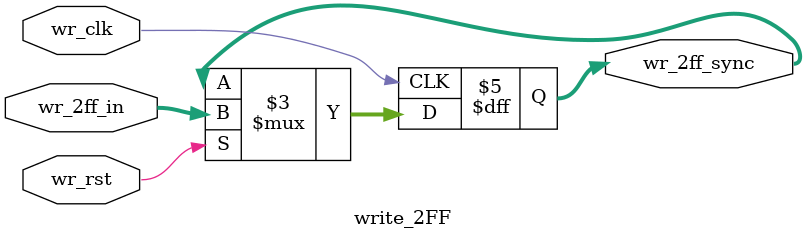
<source format=sv>

module write_2FF #(ADD_WIDTH = 3)(
    wr_2ff_in, wr_2ff_sync, wr_clk, wr_rst);
	input wr_clk, wr_rst;
	input [ADD_WIDTH:0]wr_2ff_in;
	output reg [ADD_WIDTH:0] wr_2ff_sync;


	//  this is the interna reg which work as 1 bit FF
	reg [ADD_WIDTH:0] wr_2ff;  // reg 

	always @(posedge wr_clk or negedge wr_rst) begin
		if(~wr_rst) begin
            wr_2ff <= 0;
	end else begin
	     // wr_2ff <= wr_2ff_in;
	     // wr_2ff_sync <= wr_2ff;

	     {wr_2ff_sync, wr_2ff} <= {wr_2ff_in, wr_2ff};
   end
  end
 
endmodule 
</source>
